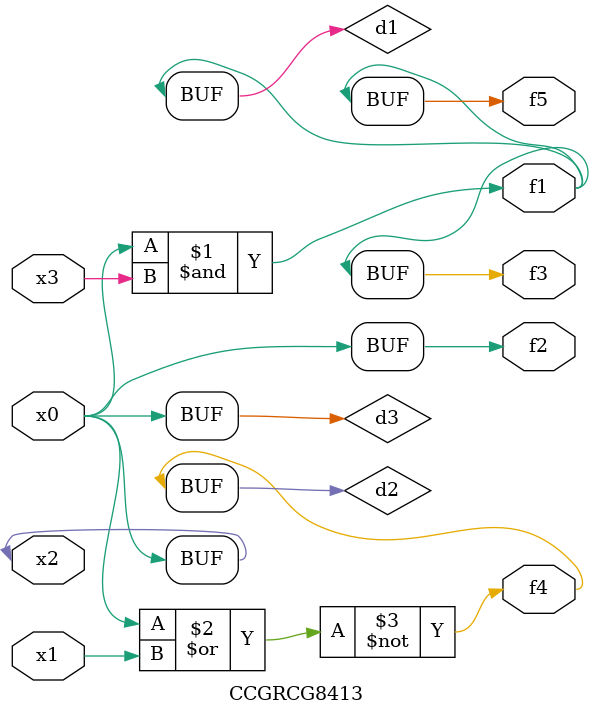
<source format=v>
module CCGRCG8413(
	input x0, x1, x2, x3,
	output f1, f2, f3, f4, f5
);

	wire d1, d2, d3;

	and (d1, x2, x3);
	nor (d2, x0, x1);
	buf (d3, x0, x2);
	assign f1 = d1;
	assign f2 = d3;
	assign f3 = d1;
	assign f4 = d2;
	assign f5 = d1;
endmodule

</source>
